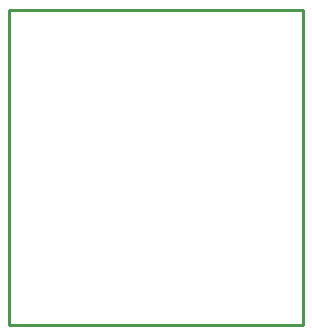
<source format=gbr>
G04 EAGLE Gerber RS-274X export*
G75*
%MOMM*%
%FSLAX34Y34*%
%LPD*%
%IN*%
%IPPOS*%
%AMOC8*
5,1,8,0,0,1.08239X$1,22.5*%
G01*
%ADD10C,0.254000*%


D10*
X154940Y-7620D02*
X403860Y-7620D01*
X403860Y259080D01*
X154940Y259080D01*
X154940Y-7620D01*
M02*

</source>
